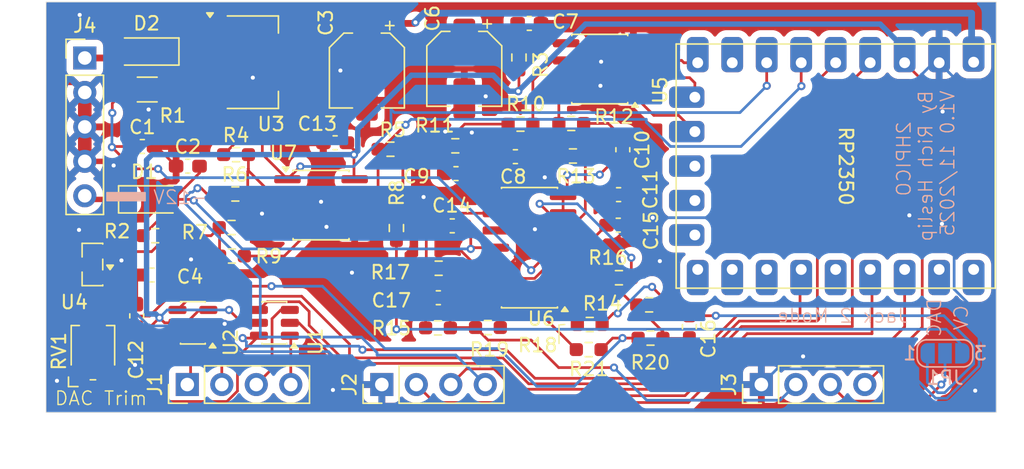
<source format=kicad_pcb>
(kicad_pcb (version 20241229) (generator "pcbnew") (generator_version "9.0")
  (layers (0 "F.Cu" signal) (2 "B.Cu" signal) (13 "F.Paste" user) (15 "B.Paste" user) (5 "F.SilkS" user "F.Silkscreen") (7 "B.SilkS" user "B.Silkscreen") (1 "F.Mask" user) (3 "B.Mask" user) (25 "Edge.Cuts" user))
  (net 0 "")
  (net 1 "GND")
  (net 2 "+12V")
  (net 3 "-12V")
  (net 4 "+5V")
  (net 5 "-10V")
  (net 6 "+3.3V")
  (net 7 "+3.3VA")
  (net 8 "Net-(U6C-+)")
  (net 9 "Net-(C9-Pad1)")
  (net 10 "Net-(U6C--)")
  (net 11 "Net-(U6A--)")
  (net 12 "Net-(C10-Pad1)")
  (net 13 "Net-(JP1-A)")
  (net 14 "Net-(U6B--)")
  (net 15 "Net-(J3-Pin_2)")
  (net 16 "Net-(U6D--)")
  (net 17 "Net-(D1-K)")
  (net 18 "Net-(D2-A)")
  (net 19 "Net-(J1-Pin_2)")
  (net 20 "Net-(J1-Pin_3)")
  (net 21 "Net-(J1-Pin_4)")
  (net 22 "Net-(J1-Pin_1)")
  (net 23 "Net-(J2-Pin_2)")
  (net 24 "Net-(J2-Pin_4)")
  (net 25 "Net-(J2-Pin_3)")
  (net 26 "Net-(J3-Pin_3)")
  (net 27 "Net-(U3-VI)")
  (net 28 "Net-(RZ1-GP26)")
  (net 29 "Net-(U7A--)")
  (net 30 "Net-(U7B--)")
  (net 31 "Net-(RZ1-GP27)")
  (net 32 "Net-(JP1-B)")
  (net 33 "Net-(U5-LCH)")
  (net 34 "Net-(U5-RCH)")
  (net 35 "Net-(R18-Pad1)")
  (net 36 "Net-(R19-Pad1)")
  (net 37 "Net-(R20-Pad1)")
  (net 38 "Net-(RZ1-GP5)")
  (net 39 "Net-(RZ1-GP12)")
  (net 42 "Net-(RZ1-GP29)")
  (net 44 "Net-(RZ1-GP14)")
  (net 45 "Net-(RZ1-GP13)")
  (net 46 "Net-(RZ1-GP28)")
  (net 56 "Net-(U6B-+)")
  (footprint "Package_SO:SOIC-8_3.9x4.9mm_P1.27mm" (layer "F.Cu") (at 95.275 65.245)
    (property "Reference" "U7")
    (property "Value" "MCP6022")
  )
  (footprint "Resistor_SMD:R_0603_1608Metric_Pad0.98x0.95mm_HandSolder" (layer "F.Cu") (at 83.0625 67.5)
    (property "Reference" "R2")
    (property "Value" "2.2k")
  )
  (footprint "Resistor_SMD:R_0603_1608Metric_Pad0.98x0.95mm_HandSolder" (layer "F.Cu") (at 119.4375 72.6)
    (property "Reference" "R14")
    (property "Value" "24k")
  )
  (footprint "Connector_PinHeader_2.54mm:PinHeader_1x04_P2.54mm_Vertical" (layer "F.Cu") (at 99.75 78.475 90)
    (property "Reference" "J2")
    (property "Value" "Conn_01x04_Pin")
  )
  (footprint "Capacitor_SMD:CP_Elec_5x5.9" (layer "F.Cu") (at 105.825 55.2 -90)
    (property "Reference" "C6")
    (property "Value" "47u")
  )
  (footprint "Package_SO:SOIC-14_3.9x8.7mm_P1.27mm" (layer "F.Cu") (at 110.625 68.385 180)
    (property "Reference" "U6")
    (property "Value" "TL074")
  )
  (footprint "Resistor_SMD:R_0603_1608Metric_Pad0.98x0.95mm_HandSolder" (layer "F.Cu") (at 107.5625 74.275 180)
    (property "Reference" "R19")
    (property "Value" "1k")
  )
  (footprint "Capacitor_SMD:C_0603_1608Metric_Pad1.08x0.95mm_HandSolder" (layer "F.Cu") (at 117.1625 66.725)
    (property "Reference" "C15")
    (property "Value" ".1u")
  )
  (footprint "Resistor_SMD:R_0603_1608Metric_Pad0.98x0.95mm_HandSolder" (layer "F.Cu") (at 117.2125 70.6 180)
    (property "Reference" "R16")
    (property "Value" "3.3k")
  )
  (footprint "Resistor_SMD:R_0603_1608Metric_Pad0.98x0.95mm_HandSolder" (layer "F.Cu") (at 114.9875 75.9 180)
    (property "Reference" "R21")
    (property "Value" "18k")
  )
  (footprint "Resistor_SMD:R_0603_1608Metric_Pad0.98x0.95mm_HandSolder" (layer "F.Cu") (at 113.825 61.625)
    (property "Reference" "R13")
    (property "Value" "10k")
  )
  (footprint "Capacitor_SMD:C_0603_1608Metric_Pad1.08x0.95mm_HandSolder" (layer "F.Cu") (at 122.4 74.2125 90)
    (property "Reference" "C16")
    (property "Value" "220p")
  )
  (footprint "Capacitor_SMD:C_0603_1608Metric_Pad1.08x0.95mm_HandSolder" (layer "F.Cu") (at 117.1875 64.475 180)
    (property "Reference" "C11")
    (property "Value" "470p")
  )
  (footprint "Resistor_SMD:R_0603_1608Metric_Pad0.98x0.95mm_HandSolder" (layer "F.Cu") (at 115.0625 74.05)
    (property "Reference" "R18")
    (property "Value" "1k")
  )
  (footprint "Resistor_SMD:R_1206_3216Metric_Pad1.30x1.75mm_HandSolder" (layer "F.Cu") (at 82.475 56.725)
    (property "Reference" "R1")
    (property "Value" "100R")
  )
  (footprint "Resistor_SMD:R_0603_1608Metric_Pad0.98x0.95mm_HandSolder" (layer "F.Cu") (at 89.0125 61.525)
    (property "Reference" "R4")
    (property "Value" "47k")
  )
  (footprint "Capacitor_SMD:CP_Elec_5x5.9" (layer "F.Cu") (at 98.65 55.325 -90)
    (property "Reference" "C3")
    (property "Value" "22u")
  )
  (footprint "Resistor_SMD:R_0603_1608Metric_Pad0.98x0.95mm_HandSolder" (layer "F.Cu") (at 103.8875 74.3)
    (property "Reference" "R15")
    (property "Value" "24k")
  )
  (footprint "Potentiometer_SMD:Potentiometer_Bourns_TC33X_Vertical" (layer "F.Cu") (at 78.475 76.025 90)
    (property "Reference" "RV1")
    (property "Value" "5k Zero Trim")
  )
  (footprint "Package_TO_SOT_SMD:SOT-23" (layer "F.Cu") (at 78.4375 69.625 180)
    (property "Reference" "U4")
    (property "Value" "LM4040DBZ-10")
  )
  (footprint "Resistor_SMD:R_0603_1608Metric_Pad0.98x0.95mm_HandSolder" (layer "F.Cu") (at 109.9625 59.275 180)
    (property "Reference" "R10")
    (property "Value" "10k")
  )
  (footprint "Resistor_SMD:R_0603_1608Metric_Pad0.98x0.95mm_HandSolder" (layer "F.Cu") (at 88.7125 69 180)
    (property "Reference" "R9")
    (property "Value" "180k")
  )
  (footprint "Capacitor_SMD:C_0603_1608Metric_Pad1.08x0.95mm_HandSolder" (layer "F.Cu") (at 81.7 73.4125 90)
    (property "Reference" "C12")
    (property "Value" ".1u")
  )
  (footprint "Resistor_SMD:R_0603_1608Metric_Pad0.98x0.95mm_HandSolder" (layer "F.Cu") (at 113.7 59.225)
    (property "Reference" "R12")
    (property "Value" "10k")
  )
  (footprint "Resistor_SMD:R_0603_1608Metric_Pad0.98x0.95mm_HandSolder" (layer "F.Cu") (at 119.5375 75.05)
    (property "Reference" "R20")
    (property "Value" "18k")
  )
  (footprint "Resistor_SMD:R_0603_1608Metric_Pad0.98x0.95mm_HandSolder" (layer "F.Cu") (at 105.1625 60.875)
    (property "Reference" "R11")
    (property "Value" "10k")
  )
  (footprint "Package_TO_SOT_SMD:SOT-23-6" (layer "F.Cu") (at 91.8375 73.925 180)
    (property "Reference" "U1")
    (property "Value" "74LVC1G3157")
  )
  (footprint "Capacitor_SMD:C_0603_1608Metric_Pad1.08x0.95mm_HandSolder" (layer "F.Cu") (at 96.3125 60.65 180)
    (property "Reference" "C13")
    (property "Value" ".1u")
  )
  (footprint "Capacitor_SMD:C_0603_1608Metric_Pad1.08x0.95mm_HandSolder" (layer "F.Cu") (at 85.4625 62.375)
    (property "Reference" "C2")
    (property "Value" "10u")
  )
  (footprint "Package_SO:SOIC-8_3.9x4.9mm_P1.27mm" (layer "F.Cu") (at 115.8 55.2175 180)
    (property "Reference" "U5")
    (property "Value" "PT8211 DAC")
  )
  (footprint "Capacitor_SMD:C_0603_1608Metric_Pad1.08x0.95mm_HandSolder" (layer "F.Cu") (at 109.5875 61.675 180)
    (property "Reference" "C8")
    (property "Value" "470p")
  )
  (footprint "Capacitor_SMD:C_0603_1608Metric_Pad1.08x0.95mm_HandSolder" (layer "F.Cu") (at 117.5 61.1625 -90)
    (property "Reference" "C10")
    (property "Value" "1000p")
  )
  (footprint "Diode_SMD:D_SOD-123" (layer "F.Cu") (at 82.45 53.925 180)
    (property "Reference" "D2")
    (property "Value" "1N5819WS")
  )
  (footprint "Capacitor_SMD:C_0603_1608Metric_Pad1.08x0.95mm_HandSolder" (layer "F.Cu") (at 105.2125 62.925)
    (property "Reference" "C9")
    (property "Value" "1000p")
  )
  (footprint "Connector_PinHeader_2.54mm:PinHeader_1x05_P2.54mm_Vertical" (layer "F.Cu") (at 77.875 54.4)
    (property "Reference" "J4")
    (property "Value" "Conn_01x05_Pin")
  )
  (footprint "Resistor_SMD:R_0603_1608Metric_Pad0.98x0.95mm_HandSolder" (layer "F.Cu") (at 100.825 66.9375 -90)
    (property "Reference" "R8")
    (property "Value" "100k")
  )
  (footprint "Resistor_SMD:R_0603_1608Metric_Pad0.98x0.95mm_HandSolder" (layer "F.Cu") (at 109.85 54.3625 90)
    (property "Reference" "R3")
    (property "Value" "10R")
  )
  (footprint "Capacitor_SMD:C_0603_1608Metric_Pad1.08x0.95mm_HandSolder" (layer "F.Cu") (at 110.6125 51.85)
    (property "Reference" "C7")
    (property "Value" ".1u")
  )
  (footprint "Connector_PinHeader_2.54mm:PinHeader_1x04_P2.54mm_Vertical" (layer "F.Cu") (at 85.425 78.475 90)
    (property "Reference" "J1")
    (property "Value" "Conn_01x04_Pin")
  )
  (footprint "MyLibrary:RP2350-Waveshare" (layer "F.Cu") (at 120.475 52.21 -90)
    (property "Reference" "RZ1")
    (property "Value" "RP2350")
  )
  (footprint "Package_TO_SOT_SMD:SOT-23-6" (layer "F.Cu") (at 85.8375 73.925 180)
    (property "Reference" "U2")
    (property "Value" "74LVC1G3157")
  )
  (footprint "Package_TO_SOT_SMD:SOT-223-3_TabPin2" (layer "F.Cu") (at 90.225 54.7125)
    (property "Reference" "U3")
    (property "Value" "AMS1117-5.0")
  )
  (footprint "Resistor_SMD:R_0603_1608Metric_Pad0.98x0.95mm_HandSolder" (layer "F.Cu") (at 100.3875 61.125)
    (property "Reference" "R5")
    (property "Value" "47k")
  )
  (footprint "Capacitor_SMD:C_0603_1608Metric_Pad1.08x0.95mm_HandSolder" (layer "F.Cu") (at 82.1125 60.925)
    (property "Reference" "C1")
    (property "Value" "10u")
  )
  (footprint "Resistor_SMD:R_0603_1608Metric_Pad0.98x0.95mm_HandSolder" (layer "F.Cu") (at 88.6875 66.9 180)
    (property "Reference" "R7")
    (property "Value" "180k")
  )
  (footprint "Resistor_SMD:R_0603_1608Metric_Pad0.98x0.95mm_HandSolder" (layer "F.Cu") (at 103.9375 69.9)
    (property "Reference" "R17")
    (property "Value" "3.3k")
  )
  (footprint "Capacitor_SMD:C_0603_1608Metric_Pad1.08x0.95mm_HandSolder" (layer "F.Cu") (at 104.9375 66.775 180)
    (property "Reference" "C14")
    (property "Value" ".1u")
  )
  (footprint "Capacitor_SMD:C_0603_1608Metric_Pad1.08x0.95mm_HandSolder" (layer "F.Cu") (at 103.9125 72.075)
    (property "Reference" "C17")
    (property "Value" "220p")
  )
  (footprint "Connector_PinHeader_2.54mm:PinHeader_1x04_P2.54mm_Vertical" (layer "F.Cu") (at 127.7 78.475 90)
    (property "Reference" "J3")
    (property "Value" "Conn_01x04_Pin")
  )
  (footprint "Diode_SMD:D_SOD-123" (layer "F.Cu") (at 82.725 64.825)
    (property "Reference" "D1")
    (property "Value" "1N5819WS")
  )
  (footprint "Capacitor_SMD:C_0603_1608Metric_Pad1.08x0.95mm_HandSolder" (layer "F.Cu") (at 82.825 70.4)
    (property "Reference" "C4")
    (property "Value" ".1u")
  )
  (footprint "Resistor_SMD:R_0603_1608Metric_Pad0.98x0.95mm_HandSolder" (layer "F.Cu") (at 88.9625 64.425 180)
    (property "Reference" "R6")
    (property "Value" "100k")
  )
  (footprint "Jumper:SolderJumper-3_P1.3mm_Open_RoundedPad1.0x1.5mm_NumberLabels" (layer "B.Cu") (at 141.225 76.175)
    (property "Reference" "JP1")
    (property "Value" "JACK 2 SELECT")
  )
  (gr_line (start 113.225 74.05) (end 112.8 74.075) (stroke (width 0.1)) (layer "F.SilkS"))
  (gr_line (start 112.8 74.075) (end 112.8 75.45) (stroke (width 0.1)) (layer "F.SilkS"))
  (gr_rect (start 79.5 64.325) (end 82.325 64.925) (stroke (width 0.1)) (fill yes) (layer "B.SilkS"))
  (gr_rect (start 75.025 50.275) (end 145 80.525) (stroke (width 0.05)) (fill no) (layer "Edge.Cuts"))
  (gr_text "DAC Trim" (at 75.6 80.075 0) (layer "F.SilkS") (effects (font (size 1 1) (thickness 0.1)) (justify left bottom)))
  (gr_text "CV" (at 143 72.55 90) (layer "B.SilkS") (effects (font (size 1 1) (thickness 0.1)) (justify left bottom mirror)))
  (gr_text "   2HPICO\nBy Rich Heslip\nV1.0 11/2025" (at 142 56.725 90) (layer "B.SilkS") (effects (font (size 1 1) (thickness 0.1)) (justify left bottom mirror)))
  (gr_text "Jack 2 Mode" (at 138.55 74 0) (layer "B.SilkS") (effects (font (size 1 1) (thickness 0.1)) (justify left bottom mirror)))
  (gr_text "DAC" (at 141.025 72.05 90) (layer "B.SilkS") (effects (font (size 1 1) (thickness 0.1)) (justify left bottom mirror)))
  (gr_text "-12V" (at 86.975 65.25 0) (layer "B.SilkS") (effects (font (size 1 1) (thickness 0.1)) (justify left bottom mirror)))
  (segment (start 108.15 69.655) (end 106.625532 69.655) (width 0.2) (layer "F.Cu") (net 1))
  (segment (start 94.395 65.88) (end 92.8 65.88) (width 0.2) (layer "F.Cu") (net 1))
  (segment (start 117.2625 53.3125) (end 115.9 54.675) (width 0.2) (layer "F.Cu") (net 1))
  (segment (start 111.999468 69.655) (end 111.000268 70.6542) (width 0.2) (layer "F.Cu") (net 1))
  (segment (start 77.875 59.48) (end 77.875 62.02) (width 1) (layer "F.Cu") (net 1))
  (segment (start 80.575 69.375) (end 79.375 70.575) (width 0.2) (layer "F.Cu") (net 1))
  (segment (start 109.124999 69.655) (end 108.15 69.655) (width 0.2) (layer "F.Cu") (net 1))
  (segment (start 86.975 73.925) (end 88.1 73.925) (width 0.2) (layer "F.Cu") (net 1))
  (segment (start 77.875 59.48) (end 83.025 59.48) (width 0.5) (layer "F.Cu") (net 1))
  (segment (start 110.18984 61.675) (end 108.412517 59.897677) (width 0.2) (layer "F.Cu") (net 1))
  (segment (start 119.7 66.175) (end 118.575 66.175) (width 0.2) (layer "F.Cu") (net 1))
  (segment (start 110.45 61.675) (end 110.45 68.329999) (width 0.2) (layer "F.Cu") (net 1))
  (segment (start 76.4375 52.4125) (end 75.925 52.925) (width 0.5) (layer "F.Cu") (net 1))
  (segment (start 93.637499 73.925) (end 98.187499 78.475) (width 0.2) (layer "F.Cu") (net 1))
  (segment (start 113.1 69.655) (end 111.999468 69.655) (width 0.2) (layer "F.Cu") (net 1))
  (segment (start 84.6 62.375) (end 83.15 60.925) (width 0.2) (layer "F.Cu") (net 1))
  (segment (start 77.875 56.94) (end 77.875 59.48) (width 1) (layer "F.Cu") (net 1))
  (segment (start 92.8 67.15) (end 92.8 65.88) (width 0.2) (layer "F.Cu") (net 1))
  (segment (start 95.275 65) (end 94.395 65.88) (width 0.2) (layer "F.Cu") (net 1))
  (segment (start 104.075 67.104468) (end 104.075 66.775) (width 0.2) (layer "F.Cu") (net 1))
  (segment (start 110.45 61.675) (end 110.18984 61.675) (width 0.2) (layer "F.Cu") (net 1))
  (segment (start 95.275 65) (end 95.275 59.53) (width 0.2) (layer "F.Cu") (net 1))
  (segment (start 81.7 70.6625) (end 81.9625 70.4) (width 0.2) (layer "F.Cu") (net 1))
  (segment (start 82.975 60.925) (end 82.975 59.53) (width 0.2) (layer "F.Cu") (net 1))
  (segment (start 106 57.225) (end 105.7 57.525) (width 0.2) (layer "F.Cu") (net 1))
  (segment (start 118.275 53.3125) (end 117.2625 53.3125) (width 0.2) (layer "F.Cu") (net 1))
  (segment (start 95.45 60.65) (end 95.45 59.605) (width 0.2) (layer "F.Cu") (net 1))
  (segment (start 113.1 69.655) (end 115.095 69.655) (width 0.2) (layer "F.Cu") (net 1))
  (segment (start 81.7 72.55) (end 81.7 70.6625) (width 0.2) (layer "F.Cu") (net 1))
  (segment (start 79.695 62.02) (end 80 62.325) (width 0.2) (layer "F.Cu") (net 1))
  (segment (start 87.075 52.4125) (end 76.4375 52.4125) (width 0.5) (layer "F.Cu") (net 1))
  (segment (start 106.625532 69.655) (end 104.075 67.104468) (width 0.2) (layer "F.Cu") (net 1))
  (segment (start 82.975 59.53) (end 83.025 59.48) (width 0.2) (layer "F.Cu") (net 1))
  (segment (start 115.095 69.655) (end 118.025 66.725) (width 0.2) (layer "F.Cu") (net 1))
  (segment (start 95.45 59.605) (end 95.325 59.48) (width 0.2) (layer "F.Cu") (net 1))
  (segment (start 75.925 56.15) (end 77.085 56.15) (width 0.5) (layer "F.Cu") (net 1))
  (segment (start 118.575 66.175) (end 118.025 66.725) (width 0.2) (layer "F.Cu") (net 1))
  (segment (start 105.7 57.525) (end 105.825 57.4) (width 0.2) (layer "F.Cu") (net 1))
  (segment (start 83.15 60.925) (end 82.975 60.925) (width 0.2) (layer "F.Cu") (net 1))
  (segment (start 97.75 67.15) (end 95.975 67.15) (width 0.2) (layer "F.Cu") (net 1))
  (segment (start 88.1 73.925) (end 88.175 74) (width 0.2) (layer "F.Cu") (net 1))
  (segment (start 116.8125 51.85) (end 118.275 53.3125) (width 0.2) (layer "F.Cu") (net 1))
  (segment (start 111.475 51.85) (end 116.8125 51.85) (width 0.2) (layer "F.Cu") (net 1))
  (segment (start 77.085 56.15) (end 77.875 56.94) (width 0.5) (layer "F.Cu") (net 1))
  (segment (start 77.875 62.02) (end 79.695 62.02) (width 0.4) (layer "F.Cu") (net 1))
  (segment (start 80.575 69.325) (end 80.575 69.375) (width 0.2) (layer "F.Cu") (net 1))
  (segment (start 81.9625 70.4) (end 79.55 70.4) (width 0.2) (layer "F.Cu") (net 1))
  (segment (start 111.000268 70.6542) (end 110.124199 70.6542) (width 0.2) (layer "F.Cu") (net 1))
  (segment (start 95.975 67.15) (end 95.675 66.85) (width 0.2) (layer "F.Cu") (net 1))
  (segment (start 75.925 52.925) (end 75.925 56.15) (width 0.5) (layer "F.Cu") (net 1))
  (segment (start 118.05 64.475) (end 118.05 66.7) (width 0.2) (layer "F.Cu") (net 1))
  (segment (start 92.975 73.925) (end 93.637499 73.925) (width 0.2) (layer "F.Cu") (net 1))
  (segment (start 98.65 57.525) (end 105.7 57.525) (width 0.5) (layer "F.Cu") (net 1))
  (segment (start 79.55 70.4) (end 79.375 70.575) (width 0.2) (layer "F.Cu") (net 1))
  (segment (start 118.05 66.7) (end 118.025 66.725) (width 0.2) (layer "F.Cu") (net 1))
  (segment (start 107.4 57.225) (end 106 57.225) (width 0.2) (layer "F.Cu") (net 1))
  (segment (start 104.425 59.825) (end 104.425 58.8) (width 0.2) (layer "F.Cu") (net 1))
  (segment (start 95.325 59.48) (end 96.695 59.48) (width 0.5) (layer "F.Cu") (net 1))
  (segment (start 83.025 59.48) (end 95.325 59.48) (width 0.5) (layer "F.Cu") (net 1))
  (segment (start 104.425 58.8) (end 105.7 57.525) (width 0.2) (layer "F.Cu") (net 1))
  (segment (start 108.412517 59.897677) (end 106.378094 59.897677) (width 0.2) (layer "F.Cu") (net 1))
  (segment (start 98.187499 78.475) (end 99.75 78.475) (width 0.2) (layer "F.Cu") (net 1))
  (segment (start 110.45 68.329999) (end 109.124999 69.655) (width 0.2) (layer "F.Cu") (net 1))
  (segment (start 110.124199 70.6542) (end 109.124999 69.655) (width 0.2) (layer "F.Cu") (net 1))
  (segment (start 96.695 59.48) (end 98.65 57.525) (width 0.5) (layer "F.Cu") (net 1))
  (segment (start 95.275 59.53) (end 95.325 59.48) (width 0.2) (layer "F.Cu") (net 1))
  (via (at 138.6 66) (size 0.6) (drill 0.3) (layers "F.Cu" "B.Cu") (net 1))
  (via (at 141.05 58.35) (size 0.6) (drill 0.3) (layers "F.Cu" "B.Cu") (net 1))
  (via (at 104.425 59.825) (size 0.6) (drill 0.3) (layers "F.Cu" "B.Cu") (net 1))
  (via (at 130.775 76.4) (size 0.6) (drill 0.3) (layers "F.Cu" "B.Cu") (net 1))
  (via (at 95.275 65) (size 0.6) (drill 0.3) (layers "F.Cu" "B.Cu") (net 1))
  (via (at 141 66.625) (size 0.6) (drill 0.3) (layers "F.Cu" "B.Cu") (net 1))
  (via (at 88.175 74) (size 0.6) (drill 0.3) (layers "F.Cu" "B.Cu") (net 1))
  (via (at 95.675 66.85) (size 0.6) (drill 0.3) (layers "F.Cu" "B.Cu") (net 1))
  (via (at 115.85 56.45) (size 0.6) (drill 0.3) (layers "F.Cu" "B.Cu") (net 1))
  (via (at 96.7 55.325) (size 0.6) (drill 0.3) (layers "F.Cu" "B.Cu") (net 1))
  (via (at 82.575 58.2) (size 0.6) (drill 0.3) (layers "F.Cu" "B.Cu") (net 1))
  (via (at 80.575 69.325) (size 0.6) (drill 0.3) (layers "F.Cu" "B.Cu") (net 1))
  (via (at 85.7 69.25) (size 0.6) (drill 0.3) (layers "F.Cu" "B.Cu") (net 1))
  (via (at 77.5 51.225) (size 0.6) (drill 0.3) (layers "F.Cu" "B.Cu") (net 1))
  (via (at 106.378094 59.897677) (size 0.6) (drill 0.3) (layers "F.Cu" "B.Cu") (net 1))
  (via (at 120.225 69.375) (size 0.6) (drill 0.3) (layers "F.Cu" "B.Cu") (net 1))
  (via (at 143.45 78.925) (size 0.6) (drill 0.3) (layers "F.Cu" "B.Cu") (net 1))
  (via (at 90.25 55.85) (size 0.6) (drill 0.3) (layers "F.Cu" "B.Cu") (net 1))
  (via (at 102.825 64.65) (size 0.6) (drill 0.3) (layers "F.Cu" "B.Cu") (net 1))
  (via (at 96.15 78.875) (size 0.6) (drill 0.3) (layers "F.Cu" "B.Cu") (net 1))
  (via (at 111.025 67.025) (size 0.6) (drill 0.3) (layers "F.Cu" "B.Cu") (net 1))
  (via (at 80 62.325) (size 0.6) (drill 0.3) (layers "F.Cu" "B.Cu") (net 1))
  (via (at 81.575 77.025) (size 0.6) (drill 0.3) (layers "F.Cu" "B.Cu") (net 1))
  (via (at 119.7 66.175) (size 0.6) (drill 0.3) (layers "F.Cu" "B.Cu") (net 1))
  (via (at 77.45 67.075) (size 0.6) (drill 0.3) (layers "F.Cu" "B.Cu") (net 1))
  (via (at 115.9 54.675) (size 0.6) (drill 0.3) (layers "F.Cu" "B.Cu") (net 1))
  (via (at 97.55 70.225) (size 0.6) (drill 0.3) (layers "F.Cu" "B.Cu") (net 1))
  (via (at 111.75 63.2) (size 0.6) (drill 0.3) (layers "F.Cu" "B.Cu") (net 1))
  (via (at 75.825 78.2) (size 0.6) (drill 0.3) (layers "F.Cu" "B.Cu") (net 1))
  (via (at 107.4 57.225) (size 0.6) (drill 0.3) (layers "F.Cu" "B.Cu") (net 1))
  (via (at 90.925 65.875) (size 0.6) (drill 0.3) (layers "F.Cu" "B.Cu") (net 1))
  (segment (start 88.825 74.077286) (end 88.825 75.375) (width 0.2) (layer "B.Cu") (net 1))
  (segment (start 88.877286 74.025) (end 88.825 74.077286) (width 0.2) (layer "B.Cu") (net 1))
  (segment (start 141.367694 79.4834) (end 143.7384 77.112693) (width 0.2) (layer "B.Cu") (net 1))
  (segment (start 141.8992 71.45009) (end 141.8992 55.8542) (width 0.2) (layer "B.Cu") (net 1))
  (segment (start 141.8992 55.8542) (end 140.795 54.75) (width 0.2) (layer "B.Cu") (net 1))
  (segment (start 143.7384 77.112693) (end 143.7384 73.28929) (width 0.2) (layer "B.Cu") (net 1))
  (segment (start 80 62.325) (end 80.575 62.9) (width 0.2) (layer "B.Cu") (net 1))
  (segment (start 88.825 75.375) (end 89.5 76.05) (width 0.2) (layer "B.Cu") (net 1))
  (segment (start 115.9 54.675) (end 113.1208 57.4542) (width 0.2) (layer "B.Cu") (net 1))
  (segment (start 140.532307 79.4834) (end 141.367694 79.4834) (width 0.2) (layer "B.Cu") (net 1))
  (segment (start 89.5 76.05) (end 95.825 76.05) (width 0.2) (layer "B.Cu") (net 1))
  (segment (start 80.575 72.138046) (end 80.575 69.325) (width 0.2) (layer "B.Cu") (net 1))
  (segment (start 80.575 62.9) (end 80.575 69.4) (width 0.2) (layer "B.Cu") (net 1))
  (segment (start 106.378094 59.897677) (end 104.497677 59.897677) (width 0.2) (layer "B.Cu") (net 1))
  (segment (start 107.6292 57.4542) (end 107.4 57.225) (width 0.2) (layer "B.Cu") (net 1))
  (segment (start 95.675 65.4) (end 95.275 65) (width 0.2) (layer "B.Cu") (net 1))
  (segment (start 95.675 66.85) (end 95.675 65.4) (width 0.2) (layer "B.Cu") (net 1))
  (segment (start 82.591154 74.1542) (end 80.575 72.138046) (width 0.2) (layer "B.Cu") (net 1))
  (segment (start 88.175 74) (end 88.2 74.025) (width 0.2) (layer "B.Cu") (net 1))
  (segment (start 104.497677 59.897677) (end 104.425 59.825) (width 0.2) (layer "B.Cu") (net 1))
  (segment (start 88.175 74) (end 88.0208 74.1542) (width 0.2) (layer "B.Cu") (net 1))
  (segment (start 128.8542 77.3208) (end 138.369706 77.3208) (width 0.2) (layer "B.Cu") (net 1))
  (segment (start 127.7 78.475) (end 128.8542 77.3208) (width 0.2) (layer "B.Cu") (net 1))
  (segment (start 88.2 74.025) (end 88.877286 74.025) (width 0.2) (layer "B.Cu") (net 1))
  (segment (start 140.795 54.75) (end 140.375 54.75) (width 0.2) (layer "B.Cu") (net 1))
  (segment (start 95.825 76.05) (end 98.325 78.55) (width 0.2) (layer "B.Cu") (net 1))
  (segment (start 138.369706 77.3208) (end 140.532307 79.4834) (width 0.2) (layer "B.Cu") (net 1))
  (segment (start 113.1208 57.4542) (end 107.6292 57.4542) (width 0.2) (layer "B.Cu") (net 1))
  (segment (start 98.4 78.475) (end 99.75 78.475) (width 0.2) (layer "B.Cu") (net 1))
  (segment (start 98.325 78.55) (end 98.4 78.475) (width 0.2) (layer "B.Cu") (net 1))
  (segment (start 128.95 66.175) (end 119.7 66.175) (width 0.2) (layer "B.Cu") (net 1))
  (segment (start 88.0208 74.1542) (end 82.591154 74.1542) (width 0.2) (layer "B.Cu") (net 1))
  (segment (start 143.7384 73.28929) (end 141.8992 71.45009) (width 0.2) (layer "B.Cu") (net 1))
  (segment (start 140.375 54.75) (end 128.95 66.175) (width 0.2) (layer "B.Cu") (net 1))
  (segment (start 114.64 68.385) (end 113.1 68.385) (width 0.2) (layer "F.Cu") (net 2))
  (segment (start 116.3 66.725) (end 114.64 68.385) (width 0.2) (layer "F.Cu") (net 2))
  (segment (start 113.1 68.385) (end 112.415 68.385) (width 0.2) (layer "F.Cu") (net 2))
  (segment (start 112.415 68.385) (end 110.75 70.05) (width 0.2) (layer "F.Cu") (net 2))
  (segment (start 79.925 60.925) (end 79.875 60.975) (width 0.2) (layer "F.Cu") (net 2))
  (segment (start 84.1 53.925) (end 80.95 57.075) (width 0.5) (layer "F.Cu") (net 2))
  (segment (start 81.25 60.925) (end 79.925 60.925) (width 0.2) (layer "F.Cu") (net 2))
  (segment (start 80.95 57.075) (end 80.95 57.275) (width 0.2) (layer "F.Cu") (net 2))
  (segment (start 81.475 62.575) (end 79.875 60.975) (width 0.2) (layer "F.Cu") (net 2))
  (segment (start 79.9 57.75) (end 79.9 58.45) (width 0.2) (layer "F.Cu") (net 2))
  (segment (start 80.925 56.725) (end 79.9 57.75) (width 0.2) (layer "F.Cu") (net 2))
  (segment (start 83.275 62.575) (end 81.475 62.575) (width 0.2) (layer "F.Cu") (net 2))
  (via (at 79.9 58.45) (size 0.6) (drill 0.3) (layers "F.Cu" "B.Cu") (net 2))
  (via (at 110.75 70.05) (size 0.6) (drill 0.3) (layers "F.Cu" "B.Cu") (net 2))
  (via (at 79.875 60.975) (size 0.6) (drill 0.3) (layers "F.Cu" "B.Cu") (net 2))
  (via (at 83.275 62.575) (size 0.6) (drill 0.3) (layers "F.Cu" "B.Cu") (net 2))
  (segment (start 86.575 63.225) (end 83.925 63.225) (width 0.2) (layer "B.Cu") (net 2))
  (segment (start 103.925 63.225) (end 86.575 63.225) (width 0.2) (layer "B.Cu") (net 2))
  (segment (start 110.75 70.05) (end 103.925 63.225) (width 0.2) (layer "B.Cu") (net 2))
  (segment (start 79.875 58.475) (end 79.9 58.45) (width 0.2) (layer "B.Cu") (net 2))
  (segment (start 79.875 60.975) (end 79.875 58.475) (width 0.2) (layer "B.Cu") (net 2))
  (segment (start 83.925 63.225) (end 83.275 62.575) (width 0.2) (layer "B.Cu") (net 2))
  (segment (start 84.375 64.825) (end 85.825 64.825) (width 0.2) (layer "F.Cu") (net 3))
  (segment (start 86.325 62.875) (end 84.375 64.825) (width 0.2) (layer "F.Cu") (net 3))
  (segment (start 86.325 62.375) (end 86.325 62.875) (width 0.2) (layer "F.Cu") (net 3))
  (segment (start 106.3 67.275) (end 105.8 66.775) (width 0.2) (layer "F.Cu") (net 3))
  (segment (start 82.15 67.5) (end 84.375 65.275) (width 0.2) (layer "F.Cu") (net 3))
  (segment (start 84.375 65.275) (end 84.375 64.825) (width 0.2) (layer "F.Cu") (net 3))
  (segment (start 108.15 68.385) (end 106.535 68.385) (width 0.2) (layer "F.Cu") (net 3))
  (segment (start 106.535 68.385) (end 106.5 68.35) (width 0.2) (layer "F.Cu") (net 3))
  (segment (start 106.5 68.35) (end 106.425 68.35) (width 0.2) (layer "F.Cu") (net 3))
  (segment (start 106.3 68.475) (end 106.3 67.275) (width 0.2) (layer "F.Cu") (net 3))
  (segment (start 85.825 64.825) (end 85.9 64.9) (width 0.2) (layer "F.Cu") (net 3))
  (segment (start 106.425 68.35) (end 106.3 68.475) (width 0.2) (layer "F.Cu") (net 3))
  (via (at 85.9 64.9) (size 0.6) (drill 0.3) (layers "F.Cu" "B.Cu") (net 3))
  (via (at 106.3 68.475) (size 0.6) (drill 0.3) (layers "F.Cu" "B.Cu") (net 3))
  (segment (start 89.475 68.475) (end 85.9 64.9) (width 0.2) (layer "B.Cu") (net 3))
  (segment (start 106.3 68.475) (end 89.475 68.475) (width 0.2) (layer "B.Cu") (net 3))
  (segment (start 98.65 53.125) (end 97.375 51.85) (width 0.5) (layer "F.Cu") (net 4))
  (segment (start 88.3625 54.7125) (end 87.075 54.7125) (width 0.5) (layer "F.Cu") (net 4))
  (segment (start 99.925 51.85) (end 98.65 53.125) (width 0.5) (layer "F.Cu") (net 4))
  (segment (start 97.375 51.85) (end 91.225 51.85) (width 0.5) (layer "F.Cu") (net 4))
  (segment (start 91.225 51.85) (end 88.3625 54.7125) (width 0.5) (layer "F.Cu") (net 4))
  (segment (start 102.15 51.85) (end 99.925 51.85) (width 0.5) (layer "F.Cu") (net 4))
  (segment (start 102.225 51.775) (end 102.15 51.85) (width 0.5) (layer "F.Cu") (net 4))
  (via (at 102.225 51.775) (size 0.6) (drill 0.3) (layers "F.Cu" "B.Cu") (net 4))
  (segment (start 143.175 51.1) (end 102.85 51.1) (width 0.5) (layer "B.Cu") (net 4))
  (segment (start 143.185 53.51) (end 143.185 51.11) (width 0.5) (layer "B.Cu") (net 4))
  (segment (start 143.185 53.51) (end 143.175 53.5) (width 0.5) (layer "B.Cu") (net 4))
  (segment (start 143.185 51.11) (end 143.175 51.1) (width 0.5) (layer "B.Cu") (net 4))
  (segment (start 102.2 51.75) (end 102.225 51.775) (width 0.5) (layer "B.Cu") (net 4))
  (segment (start 102.85 51.1) (end 102.2 51.75) (width 0.5) (layer "B.Cu") (net 4))
  (segment (start 83.6875 70.4) (end 83.6875 67.7875) (width 0.2) (layer "F.Cu") (net 5))
  (segment (start 76.175 68.675) (end 76.1 68.75) (width 0.2) (layer "F.Cu") (net 5))
  (segment (start 83.975 67.5) (end 87.175 67.5) (width 0.2) (layer "F.Cu") (net 5))
  (segment (start 77.475 77.825) (end 77.475 75.575) (width 0.2) (layer "F.Cu") (net 5))
  (segment (start 87.175 67.5) (end 87.775 66.9) (width 0.2) (layer "F.Cu") (net 5))
  (segment (start 76.1 68.75) (end 76.1 72.2) (width 0.2) (layer "F.Cu") (net 5))
  (segment (start 83.6875 67.7875) (end 83.975 67.5) (width 0.2) (layer "F.Cu") (net 5))
  (segment (start 77.475 75.575) (end 78.475 74.575) (width 0.2) (layer "F.Cu") (net 5))
  (segment (start 79.375 68.675) (end 82.8 68.675) (width 0.2) (layer "F.Cu") (net 5))
  (segment (start 87.8 66.925) (end 87.775 66.9) (width 0.2) (layer "F.Cu") (net 5))
  (segment (start 82.8 68.675) (end 83.975 67.5) (width 0.2) (layer "F.Cu") (net 5))
  (segment (start 79.375 68.675) (end 76.175 68.675) (width 0.2) (layer "F.Cu") (net 5))
  (segment (start 76.1 72.2) (end 78.475 74.575) (width 0.2) (layer "F.Cu") (net 5))
  (segment (start 87.8 69) (end 87.8 66.925) (width 0.2) (layer "F.Cu") (net 5))
  (segment (start 139.55 56.045) (end 139.55 74.245) (width 0.2) (layer "F.Cu") (net 6))
  (segment (start 90.7 73.925) (end 89.45 73.925) (width 0.2) (layer "F.Cu") (net 6))
  (segment (start 139.55 74.245) (end 135.32 78.475) (width 0.2) (layer "F.Cu") (net 6))
  (segment (start 109.8 56.85) (end 109.85 56.8) (width 0.2) (layer "F.Cu") (net 6))
  (segment (start 83.75 73.925) (end 84.7 73.925) (width 0.2) (layer "F.Cu") (net 6))
  (segment (start 97.7 61.525) (end 97.7 61.175) (width 0.2) (layer "F.Cu") (net 6))
  (segment (start 97.7 61.525) (end 97.7 63.29) (width 0.2) (layer "F.Cu") (net 6))
  (segment (start 81.7 74.275) (end 82.65 74.275) (width 0.2) (layer "F.Cu") (net 6))
  (segment (start 83.375 73.55) (end 83.75 73.925) (width 0.2) (layer "F.Cu") (net 6))
  (segment (start 97.7 61.175) (end 97.175 60.65) (width 0.2) (layer "F.Cu") (net 6))
  (segment (start 97.7 63.29) (end 97.75 63.34) (width 0.2) (layer "F.Cu") (net 6))
  (segment (start 138.255 54.75) (end 139.55 56.045) (width 0.2) (layer "F.Cu") (net 6))
  (segment (start 89.45 73.925) (end 88.5 72.975) (width 0.2) (layer "F.Cu") (net 6))
  (segment (start 82.65 74.275) (end 83.375 73.55) (width 0.2) (layer "F.Cu") (net 6))
  (segment (start 109.85 56.8) (end 109.85 55.275) (width 0.2) (layer "F.Cu") (net 6))
  (via (at 83.375 73.55) (size 0.6) (drill 0.3) (layers "F.Cu" "B.Cu") (net 6))
  (via (at 109.8 56.85) (size 0.6) (drill 0.3) (layers "F.Cu" "B.Cu") (net 6))
  (via (at 88.5 72.975) (size 0.6) (drill 0.3) (layers "F.Cu" "B.Cu") (net 6))
  (via (at 97.7 61.525) (size 0.6) (drill 0.3) (layers "F.Cu" "B.Cu") (net 6))
  (segment (start 82.825 61.525) (end 82.425 61.925) (width 0.4) (layer "B.Cu") (net 6))
  (segment (start 97.975 59.625) (end 97.975 61.25) (width 0.4) (layer "B.Cu") (net 6))
  (segment (start 82.425 61.925) (end 82.425 73.275) (width 0.4) (layer "B.Cu") (net 6))
  (segment (start 138.105 53.55) (end 136.455 51.9) (width 0.4) (layer "B.Cu") (net 6))
  (segment (start 97.975 61.25) (end 97.7 61.525) (width 0.4) (layer "B.Cu") (net 6))
  (segment (start 88.5 72.975) (end 83.95 72.975) (width 0.2) (layer "B.Cu") (net 6))
  (segment (start 101.925 55.675) (end 97.975 59.625) (width 0.4) (layer "B.Cu") (net 6))
  (segment (start 97.7 61.525) (end 82.825 61.525) (width 0.4) (layer "B.Cu") (net 6))
  (segment (start 83.1 73.275) (end 83.375 73.55) (width 0.4) (layer "B.Cu") (net 6))
  (segment (start 82.425 73.275) (end 83.1 73.275) (width 0.4) (layer "B.Cu") (net 6))
  (segment (start 107.95 55.675) (end 101.925 55.675) (width 0.4) (layer "B.Cu") (net 6))
  (segment (start 83.95 72.975) (end 83.375 73.55) (width 0.2) (layer "B.Cu") (net 6))
  (segment (start 109.8 56.85) (end 109.125 56.85) (width 0.4) (layer "B.Cu") (net 6))
  (segment (start 136.455 51.9) (end 114.75 51.9) (width 0.4) (layer "B.Cu") (net 6))
  (segment (start 109.125 56.85) (end 107.95 55.675) (width 0.4) (layer "B.Cu") (net 6))
  (segment (start 114.75 51.9) (end 109.8 56.85) (width 0.4) (layer "B.Cu") (net 6))
  (segment (start 109.75 53.35) (end 109.85 53.45) (width 0.2) (layer "F.Cu") (net 7))
  (segment (start 109.9875 53.3125) (end 109.85 53.45) (width 0.2) (layer "F.Cu") (net 7))
  (segment (start 109.75 51.85) (end 109.75 53.35) (width 0.2) (layer "F.Cu") (net 7))
  (segment (start 113.325 53.3125) (end 109.9875 53.3125) (width 0.2) (layer "F.Cu") (net 7))
  (segment (start 106.275 53.45) (end 105.825 53) (width 0.2) (layer "F.Cu") (net 7))
  (segment (start 109.85 53.45) (end 106.275 53.45) (width 0.2) (layer "F.Cu") (net 7))
  (segment (start 107.925 60.875) (end 108.725 61.675) (width 0.2) (layer "F.Cu") (net 8))
  (segment (start 108.15 67.115) (end 109.124999 67.115) (width 0.2) (layer "F.Cu") (net 8))
  (segment (start 109.124999 67.115) (end 109.675 66.564999) (width 0.2) (layer "F.Cu") (net 8))
  (segment (start 108.725 62.2) (end 108.725 61.675) (width 0.2) (layer "F.Cu") (net 8))
  (segment (start 106.075 60.875) (end 107.925 60.875) (width 0.2) (layer "F.Cu") (net 8))
  (segment (start 109.675 66.564999) (end 109.675 63.15) (width 0.2) (layer "F.Cu") (net 8))
  (segment (start 109.675 63.15) (end 108.725 62.2) (width 0.2) (layer "F.Cu") (net 8))
  (segment (start 105.85 59.275) (end 104.25 60.875) (width 0.2) (layer "F.Cu") (net 9))
  (segment (start 104.35 62.925) (end 104.35 60.975) (width 0.2) (layer "F.Cu") (net 9))
  (segment (start 109.05 59.275) (end 105.85 59.275) (width 0.2) (layer "F.Cu") (net 9))
  (segment (start 104.35 60.975) (end 104.25 60.875) (width 0.2) (layer "F.Cu") (net 9))
  (segment (start 103.69484 65.845) (end 108.15 65.845) (width 0.2) (layer "F.Cu") (net 10))
  (segment (start 106.075 62.925) (end 106.5 62.925) (width 0.2) (layer "F.Cu") (net 10))
  (segment (start 106.5 62.925) (end 108.15 64.575) (width 0.2) (layer "F.Cu") (net 10))
  (segment (start 108.15 65.845) (end 108.15 64.575) (width 0.2) (layer "F.Cu") (net 10))
  (segment (start 103.025 66.51484) (end 103.69484 65.845) (width 0.2) (layer "F.Cu") (net 10))
  (segment (start 103.025 69.9) (end 103.025 66.51484) (width 0.2) (layer "F.Cu") (net 10))
  (segment (start 122.4 75.075) (end 120.475 75.075) (width 0.2) (layer "F.Cu") (net 11))
  (segment (start 116.3 70.6) (end 118.3 72.6) (width 0.2) (layer "F.Cu") (net 11))
  (segment (start 118.525 72.65) (end 120.45 74.575) (width 0.2) (layer "F.Cu") (net 11))
  (segment (start 118.525 72.6) (end 118.525 72.65) (width 0.2) (layer "F.Cu") (net 11))
  (segment (start 113.1 70.925) (end 115.975 70.925) (width 0.2) (layer "F.Cu") (net 11))
  (segment (start 120.45 74.575) (end 120.45 75.05) (width 0.2) (layer "F.Cu") (net 11))
  (segment (start 120.475 75.075) (end 120.45 75.05) (width 0.2) (layer "F.Cu") (net 11))
  (segment (start 118.3 72.6) (end 118.525 72.6) (width 0.2) (layer "F.Cu") (net 11))
  (segment (start 115.975 70.925) (end 116.3 70.6) (width 0.2) (layer "F.Cu") (net 11))
  (segment (start 112.9125 61.625) (end 112.9125 60.925) (width 0.2) (layer "F.Cu") (net 12))
  (segment (start 114.6125 59.225) (end 116.425 59.225) (width 0.2) (layer "F.Cu") (net 12))
  (segment (start 116.425 59.225) (end 117.5 60.3) (width 0.2) (layer "F.Cu") (net 12))
  (segment (start 112.9125 60.925) (end 114.6125 59.225) (width 0.2) (layer "F.Cu") (net 12))
  (segment (start 124.35 73.4) (end 122.45 73.4) (width 0.2) (layer "F.Cu") (net 13))
  (segment (start 121.1 73.35) (end 120.35 72.6) (width 0.2) (layer "F.Cu") (net 13))
  (segment (start 122.45 73.4) (end 122.4 73.35) (width 0.2) (layer "F.Cu") (net 13))
  (segment (start 122.4 73.35) (end 121.1 73.35) (width 0.2) (layer "F.Cu") (net 13))
  (segment (start 117.125 73.225) (end 116.8 73.225) (width 0.2) (layer "F.Cu") (net 13))
  (segment (start 116.8 73.225) (end 115.975 74.05) (width 0.2) (layer "F.Cu") (net 13))
  (segment (start 120.35 72.6) (end 120.35 71.975) (width 0.2) (layer "F.Cu") (net 13))
  (segment (start 120.35 71.975) (end 119.65 71.275) (width 0.2) (layer "F.Cu") (net 13))
  (via (at 124.35 73.4) (size 0.6) (drill 0.3) (layers "F.Cu" "B.Cu") (net 13))
  (via (at 117.125 73.225) (size 0.6) (drill 0.3) (layers "F.Cu" "B.Cu") (net 13))
  (via (at 119.65 71.275) (size 0.6) (drill 0.3) (layers "F.Cu" "B.Cu") (net 13))
  (segment (start 141.144382 73.4) (end 124.35 73.4) (width 0.2) (layer "B.Cu") (net 13))
  (segment (start 139.925 76.175) (end 139.925 78.304468) (width 0.2) (layer "B.Cu") (net 13))
  (segment (start 141.200268 79.0792) (end 143.3342 76.945268) (width 0.2) (layer "B.Cu") (net 13))
  (segment (start 119.65 71.275) (end 119.075 71.275) (width 0.2) (layer "B.Cu") (net 13))
  (segment (start 143.3342 75.589818) (end 141.144382 73.4) (width 0.2) (layer "B.Cu") (net 13))
  (segment (start 143.3342 76.945268) (end 143.3342 75.589818) (width 0.2) (layer "B.Cu") (net 13))
  (segment (start 140.699732 79.0792) (end 141.200268 79.0792) (width 0.2) (layer "B.Cu") (net 13))
  (segment (start 139.925 78.304468) (end 140.699732 79.0792) (width 0.2) (layer "B.Cu") (net 13))
  (segment (start 119.075 71.275) (end 117.125 73.225) (width 0.2) (layer "B.Cu") (net 13))
  (segment (start 113.4 63.025) (end 113.4 64.275) (width 0.2) (layer "F.Cu") (net 14))
  (segment (start 113.1 65.845) (end 112.07 65.845) (width 0.2) (layer "F.Cu") (net 14))
  (segment (start 112.07 65.845) (end 111.375 65.15) (width 0.2) (layer "F.Cu") (net 14))
  (segment (start 116.775 62.025) (end 115.8 63) (width 0.2) (layer "F.Cu") (net 14))
  (segment (start 118.125 69.125) (end 118.125 70.6) (width 0.2) (layer "F.Cu") (net 14))
  (segment (start 113.4 64.275) (end 113.1 64.575) (width 0.2) (layer "F.Cu") (net 14))
  (segment (start 117.5 62.025) (end 116.775 62.025) (width 0.2) (layer "F.Cu") (net 14))
  (segment (start 113.1 65.845) (end 113.1 64.575) (width 0.2) (layer "F.Cu") (net 14))
  (via (at 115.8 63) (size 0.6) (drill 0.3) (layers "F.Cu" "B.Cu") (net 14))
  (via (at 113.4 63.025) (size 0.6) (drill 0.3) (layers "F.Cu" "B.Cu") (net 14))
  (via (at 111.375 65.15) (size 0.6) (drill 0.3) (layers "F.Cu" "B.Cu") (net 14))
  (via (at 118.125 69.125) (size 0.6) (drill 0.3) (layers "F.Cu" "B.Cu") (net 14))
  (segment (start 115.8 63) (end 113.425 63) (width 0.2) (layer "B.Cu") (net 14))
  (segment (start 114.15 65.15) (end 118.125 69.125) (width 0.2) (layer "B.Cu") (net 14))
  (segment (start 111.375 65.15) (end 114.15 65.15) (width 0.2) (layer "B.Cu") (net 14))
  (segment (start 113.425 63) (end 113.4 63.025) (width 0.2) (layer "B.Cu") (net 14))
  (segment (start 106.65 74.275) (end 104.825 74.275) (width 0.2) (layer "F.Cu") (net 15))
  (segment (start 107.573508 75.198508) (end 106.65 74.275) (width 0.2) (layer "F.Cu") (net 15))
  (segment (start 116.85 77.225) (end 112.775 77.225) (width 0.2) (layer "F.Cu") (net 15))
  (segment (start 104.825 74.275) (end 104.8 74.3) (width 0.2) (layer "F.Cu") (net 15))
  (segment (start 110.748508 75.198508) (end 107.573508 75.198508) (width 0.2) (layer "F.Cu") (net 15))
  (segment (start 104.775 72.075) (end 104.775 74.275) (width 0.2) (layer "F.Cu") (net 15))
  (segment (start 112.775 77.225) (end 110.748508 75.198508) (width 0.2) (layer "F.Cu") (net 15))
  (segment (start 104.775 74.275) (end 104.8 74.3) (width 0.2) (layer "F.Cu") (net 15))
  (via (at 116.85 77.225) (size 0.6) (drill 0.3) (layers "F.Cu" "B.Cu") (net 15))
  (segment (start 129.0858 79.6292) (end 119.2542 79.6292) (width 0.2) (layer "B.Cu") (net 15))
  (segment (start 130.24 78.475) (end 129.0858 79.6292) (width 0.2) (layer "B.Cu") (net 15))
  (segment (start 119.2542 79.6292) (end 116.85 77.225) (width 0.2) (layer "B.Cu") (net 15))
  (segment (start 102.975 72.15) (end 103.05 72.075) (width 0.2) (layer "F.Cu") (net 16))
  (segment (start 105.875 70.925) (end 104.85 69.9) (width 0.2) (layer "F.Cu") (net 16))
  (segment (start 102.975 74.3) (end 102.975 72.15) (width 0.2) (layer "F.Cu") (net 16))
  (segment (start 108.15 70.925) (end 105.875 70.925) (width 0.2) (layer "F.Cu") (net 16))
  (segment (start 114.075 75.9) (end 109.1 70.925) (width 0.2) (layer "F.Cu") (net 16))
  (segment (start 104.85 70.275) (end 104.85 69.9) (width 0.2) (layer "F.Cu") (net 16))
  (segment (start 103.05 72.075) (end 104.85 70.275) (width 0.2) (layer "F.Cu") (net 16))
  (segment (start 109.1 70.925) (end 108.15 70.925) (width 0.2) (layer "F.Cu") (net 16))
  (segment (start 78.14 64.825) (end 77.875 64.56) (width 0.2) (layer "F.Cu") (net 17))
  (segment (start 81.075 64.825) (end 78.14 64.825) (width 0.4) (layer "F.Cu") (net 17))
  (segment (start 80.325 54.4) (end 80.8 53.925) (width 0.2) (layer "F.Cu") (net 18))
  (segment (start 77.875 54.4) (end 80.325 54.4) (width 0.5) (layer "F.Cu") (net 18))
  (segment (start 87.965 75.865) (end 87.965 78.475) (width 0.2) (layer "F.Cu") (net 19))
  (segment (start 86.975 74.875) (end 87.965 75.865) (width 0.2) (layer "F.Cu") (net 19))
  (segment (start 91.6667 73.620801) (end 92.312501 72.975) (width 0.2) (layer "F.Cu") (net 20))
  (segment (start 92.312501 72.975) (end 92.975 72.975) (width 0.2) (layer "F.Cu") (net 20))
  (segment (start 91.6667 77.3133) (end 91.6667 73.620801) (width 0.2) (layer "F.Cu") (net 20))
  (segment (start 90.505 78.475) (end 91.6667 77.3133) (width 0.2) (layer "F.Cu") (net 20))
  (segment (start 93.045 78.475) (end 93.045 74.945) (width 0.2) (layer "F.Cu") (net 21))
  (segment (start 93.045 74.945) (end 92.975 74.875) (width 0.2) (layer "F.Cu") (net 21))
  (segment (start 86.312501 72.975) (end 86.975 72.975) (width 0.2) (layer "F.Cu") (net 22))
  (segment (start 85.6667 78.2333) (end 85.6667 73.620801) (width 0.2) (layer "F.Cu") (net 22))
  (segment (start 85.425 78.475) (end 85.6667 78.2333) (width 0.2) (layer "F.Cu") (net 22))
  (segment (start 85.6667 73.620801) (end 86.312501 72.975) (width 0.2) (layer "F.Cu") (net 22))
  (segment (start 103.615 79.8) (end 102.29 78.475) (width 0.2) (layer "F.Cu") (net 23))
  (segment (start 137.175 75.3) (end 126.825 75.3) (width 0.2) (layer "F.Cu") (net 23))
  (segment (start 138.255 69.99) (end 138.255 74.22) (width 0.2) (layer "F.Cu") (net 23))
  (segment (start 126.825 75.3) (end 122.325 79.8) (width 0.2) (layer "F.Cu") (net 23))
  (segment (start 122.325 79.8) (end 103.615 79.8) (width 0.2) (layer "F.Cu") (net 23))
  (segment (start 138.255 74.22) (end 137.175 75.3) (width 0.2) (layer "F.Cu") (net 23))
  (segment (start 86.175 64) (end 86.45 64) (width 0.2) (layer "F.Cu") (net 24))
  (segment (start 86.875 64.425) (end 88.05 64.425) (width 0.2) (layer "F.Cu") (net 24))
  (segment (start 86.45 64) (end 86.875 64.425) (width 0.2) (layer "F.Cu") (net 24))
  (via (at 86.175 64) (size 0.6) (drill 0.3) (layers "F.Cu" "B.Cu") (net 24))
  (segment (start 99.4 76.3) (end 99.4 76.129732) (width 0.2) (layer "B.Cu") (net 24))
  (segment (start 85.2958 64.649732) (end 85.649732 64.2958) (width 0.2) (layer "B.Cu") (net 24))
  (segment (start 105.195 76.3) (end 99.4 76.3) (width 0.2) (layer "B.Cu") (net 24))
  (segment (start 85.8042 64.2958) (end 86.1 64) (width 0.2) (layer "B.Cu") (net 24))
  (segment (start 90.8 70.654468) (end 85.2958 65.150268) (width 0.2) (layer "B.Cu") (net 24))
  (segment (start 85.2958 65.150268) (end 85.2958 64.649732) (width 0.2) (layer "B.Cu") (net 24))
  (segment (start 90.8 74.975) (end 90.8 70.654468) (width 0.2) (layer "B.Cu") (net 24))
  (segment (start 98.245268 74.975) (end 90.8 74.975) (width 0.2) (layer "B.Cu") (net 24))
  (segment (start 107.37 78.475) (end 105.195 76.3) (width 0.2) (layer "B.Cu") (net 24))
  (segment (start 99.4 76.129732) (end 98.245268 74.975) (width 0.2) (layer "B.Cu") (net 24))
  (segment (start 85.649732 64.2958) (end 85.8042 64.2958) (width 0.2) (layer "B.Cu") (net 24))
  (segment (start 86.1 64) (end 86.175 64) (width 0.2) (layer "B.Cu") (net 24))
  (segment (start 105.9842 77.3208) (end 104.83 78.475) (width 0.2) (layer "F.Cu") (net 25))
  (segment (start 126.65 74.725) (end 122.075 79.3) (width 0.2) (layer "F.Cu") (net 25))
  (segment (start 108.0208 77.3208) (end 105.9842 77.3208) (width 0.2) (layer "F.Cu") (net 25))
  (segment (start 135.85 70.125) (end 135.85 74.725) (width 0.2) (layer "F.Cu") (net 25))
  (segment (start 122.075 79.3) (end 110 79.3) (width 0.2) (layer "F.Cu") (net 25))
  (segment (start 135.715 69.99) (end 135.85 70.125) (width 0.2) (layer "F.Cu") (net 25))
  (segment (start 135.85 74.725) (end 126.65 74.725) (width 0.2) (layer "F.Cu") (net 25))
  (segment (start 110 79.3) (end 108.0208 77.3208) (width 0.2) (layer "F.Cu") (net 25))
  (segment (start 139.725 79.7) (end 140.95 78.475) (width 0.2) (layer "F.Cu") (net 26))
  (segment (start 134.005 79.7) (end 139.725 79.7) (width 0.2) (layer "F.Cu") (net 26))
  (segment (start 132.78 78.475) (end 134.005 79.7) (width 0.2) (layer "F.Cu") (net 26))
  (via (at 140.95 78.475) (size 0.6) (drill 0.3) (layers "F.Cu" "B.Cu") (net 26))
  (segment (start 141.225 78.2) (end 141.225 76.175) (width 0.2) (layer "B.Cu") (net 26))
  (segment (start 140.95 78.475) (end 141.225 78.2) (width 0.2) (layer "B.Cu") (net 26))
  (segment (start 84.05 57.275) (end 86.8125 57.275) (width 0.5) (layer "F.Cu") (net 27))
  (segment (start 86.8125 57.275) (end 87.075 57.0125) (width 0.2) (layer "F.Cu") (net 27))
  (segment (start 90.95 61.49) (end 90.95 60.6) (width 0.2) (layer "F.Cu") (net 28))
  (segment (start 92.8 63.34) (end 90.95 61.49) (width 0.2) (layer "F.Cu") (net 28))
  (segment (start 128.095 54.75) (end 128.095 56.445) (width 0.2) (layer "F.Cu") (net 28))
  (segment (start 93.75 62.4) (end 93.74 62.4) (width 0.2) (layer "F.Cu") (net 28))
  (segment (start 89.025 60.6) (end 88.1 61.525) (width 0.2) (layer "F.Cu") (net 28))
  (segment (start 128.095 56.445) (end 128.1 56.45) (width 0.2) (layer "F.Cu") (net 28))
  (segment (start 90.95 60.6) (end 89.025 60.6) (width 0.2) (layer "F.Cu") (net 28))
  (segment (start 93.74 62.4) (end 92.8 63.34) (width 0.2) (layer "F.Cu") (net 28))
  (segment (start 128.095 54.75) (end 128.025 54.82) (width 0.2) (layer "F.Cu") (net 28))
  (via (at 93.75 62.4) (size 0.6) (drill 0.3) (layers "F.Cu" "B.Cu") (net 28))
  (via (at 128.1 56.45) (size 0.6) (drill 0.3) (layers "F.Cu" "B.Cu") (net 28))
  (segment (start 128.1 56.45) (end 126.125 58.425) (width 0.2) (layer "B.Cu") (net 28))
  (segment (start 100.425 58.175) (end 100.425 59.654468) (width 0.2) (layer "B.Cu") (net 28))
  (segment (start 100.425 59.654468) (end 97.679468 62.4) (width 0.2) (layer "B.Cu") (net 28))
  (segment (start 100.675 58.425) (end 100.425 58.175) (width 0.2) (layer "B.Cu") (net 28))
  (segment (start 126.125 58.425) (end 100.675 58.425) (width 0.2) (layer "B.Cu") (net 28))
  (segment (start 97.679468 62.4) (end 93.75 62.4) (width 0.2) (layer "B.Cu") (net 28))
  (segment (start 89.875 62.759999) (end 89.925 62.709999) (width 0.2) (layer "F.Cu") (net 29))
  (segment (start 89.9 62.575) (end 89.925 62.575) (width 0.2) (layer "F.Cu") (net 29))
  (segment (start 91.825001 64.61) (end 92.8 64.61) (width 0.2) (layer "F.Cu") (net 29))
  (segment (start 89.925 62.709999) (end 91.825001 64.61) (width 0.2) (layer "F.Cu") (net 29))
  (segment (start 89.925 62.575) (end 89.925 62.709999) (width 0.2) (layer "F.Cu") (net 29))
  (segment (start 89.6 64.825) (end 89.6 66.9) (width 0.2) (layer "F.Cu") (net 29))
  (segment (start 89.875 64.425) (end 89.875 64.55) (width 0.2) (layer "F.Cu") (net 29))
  (segment (start 89.925 61.525) (end 89.925 62.575) (width 0.2) (layer "F.Cu") (net 29))
  (segment (start 89.875 64.55) (end 89.6 64.825) (width 0.2) (layer "F.Cu") (net 29))
  (segment (start 89.875 64.425) (end 89.875 62.759999) (width 0.2) (layer "F.Cu") (net 29))
  (segment (start 95.691492 65.88) (end 97.75 65.88) (width 0.2) (layer "F.Cu") (net 30))
  (segment (start 97.75 65.88) (end 100.68 65.88) (width 0.2) (layer "F.Cu") (net 30))
  (segment (start 101.3 61.125) (end 101.3 65.55) (width 0.2) (layer "F.Cu") (net 30))
  (segment (start 101.3 65.55) (end 100.825 66.025) (width 0.2) (layer "F.Cu") (net 30))
  (segment (start 89.625 69) (end 92.571492 69) (width 0.2) (layer "F.Cu") (net 30))
  (segment (start 92.571492 69) (end 95.691492 65.88) (width 0.2) (layer "F.Cu") (net 30))
  (segment (start 100.68 65.88) (end 100.825 66.025) (width 0.2) (layer "F.Cu") (net 30))
  (segment (start 98.724999 64.61) (end 97.75 64.61) (width 0.2) (layer "F.Cu") (net 31))
  (segment (start 101.5 59.325) (end 99.7 61.125) (width 0.2) (layer "F.Cu") (net 31))
  (segment (start 99.475 63.859999) (end 98.724999 64.61) (width 0.2) (layer "F.Cu") (net 31))
  (segment (start 130.635 54.75) (end 130.635 56.46) (width 0.2) (layer "F.Cu") (net 31))
  (segment (start 130.635 56.46) (end 130.65 56.475) (width 0.2) (layer "F.Cu") (net 31))
  (segment (start 99.475 61.125) (end 99.475 63.859999) (width 0.2) (layer "F.Cu") (net 31))
  (segment (start 99.7 61.125) (end 99.475 61.125) (width 0.2) (layer "F.Cu") (net 31))
  (via (at 101.5 59.325) (size 0.6) (drill 0.3) (layers "F.Cu" "B.Cu") (net 31))
  (via (at 130.65 56.475) (size 0.6) (drill 0.3) (layers "F.Cu" "B.Cu") (net 31))
  (segment (start 119.225 59.136982) (end 119.225 58.925) (width 0.2) (layer "B.Cu") (net 31))
  (segment (start 130.65 56.475) (end 126.2034 60.9216) (width 0.2) (layer "B.Cu") (net 31))
  (segment (start 101.9 58.925) (end 101.5 59.325) (width 0.2) (layer "B.Cu") (net 31))
  (segment (start 126.2034 60.9216) (end 121.009618 60.9216) (width 0.2) (layer "B.Cu") (net 31))
  (segment (start 121.009618 60.9216) (end 119.225 59.136982) (width 0.2) (layer "B.Cu") (net 31))
  (segment (start 119.225 58.925) (end 101.9 58.925) (width 0.2) (layer "B.Cu") (net 31))
  (segment (start 100.825 74.4) (end 100.825 67.85) (width 0.2) (layer "F.Cu") (net 32))
  (via (at 100.825 74.4) (size 0.6) (drill 0.3) (layers "F.Cu" "B.Cu") (net 32))
  (segment (start 142.525 75.6166) (end 141.3084 74.4) (width 0.2) (layer "B.Cu") (net 32))
  (segment (start 142.525 76.175) (end 142.525 75.6166) (width 0.2) (layer "B.Cu") (net 32))
  (segment (start 141.3084 74.4) (end 100.825 74.4) (width 0.2) (layer "B.Cu") (net 32))
  (segment (start 110.875 56.057501) (end 110.875 59.275) (width 0.2) (layer "F.Cu") (net 33))
  (segment (start 112.350001 54.5825) (end 110.875 56.057501) (width 0.2) (layer "F.Cu") (net 33))
  (segment (start 113.325 54.5825) (end 112.350001 54.5825) (width 0.2) (layer "F.Cu") (net 33))
  (segment (start 112.7875 57.66) (end 113.325 57.1225) (width 0.2) (layer "F.Cu") (net 34))
  (segment (start 112.7875 59.225) (end 112.7875 57.66) (width 0.2) (layer "F.Cu") (net 34))
  (segment (start 114.15 73.245) (end 114.15 74.05) (width 0.2) (layer "F.Cu") (net 35))
  (segment (start 113.1 72.195) (end 114.15 73.245) (width 0.2) (layer "F.Cu") (net 35))
  (segment (start 108.475 72.52) (end 108.475 74.275) (width 0.2) (layer "F.Cu") (net 36))
  (segment (start 108.15 72.195) (end 108.475 72.52) (width 0.2) (layer "F.Cu") (net 36))
  (segment (start 116.75 75.05) (end 115.9 75.9) (width 0.2) (layer "F.Cu") (net 37))
  (segment (start 79.5792 75.08564) (end 79.5792 77.7208) (width 0.2) (layer "F.Cu") (net 37))
  (segment (start 82.645532 73.425) (end 81.23984 73.425) (width 0.2) (layer "F.Cu") (net 37))
  (segment (start 84.845532 71.225) (end 82.645532 73.425) (width 0.2) (layer "F.Cu") (net 37))
  (segment (start 117.325 75.05) (end 116.75 75.05) (width 0.2) (layer "F.Cu") (net 37))
  (segment (start 118.625 75.05) (end 117.325 75.05) (width 0.2) (layer "F.Cu") (net 37))
  (segment (start 79.5792 77.7208) (end 79.475 77.825) (width 0.2) (layer "F.Cu") (net 37))
  (segment (start 91.625 71.225) (end 84.845532 71.225) (width 0.2) (layer "F.Cu") (net 37))
  (segment (start 81.23984 73.425) (end 79.5792 75.08564) (width 0.2) (layer "F.Cu") (net 37))
  (via (at 91.625 71.225) (size 0.6) (drill 0.3) (layers "F.Cu" "B.Cu") (net 37))
  (via (at 117.475 75.05) (size 0.6) (drill 0.3) (layers "F.Cu" "B.Cu") (net 37))
  (segment (start 95.375 71.225) (end 91.625 71.225) (width 0.2) (layer "B.Cu") (net 37))
  (segment (start 117.475 75.05) (end 113.925 78.6) (width 0.2) (layer "B.Cu") (net 37))
  (segment (start 113.925 78.6) (end 111.15 78.6) (width 0.2) (layer "B.Cu") (net 37))
  (segment (start 108.375 75.825) (end 99.975 75.825) (width 0.2) (layer "B.Cu") (net 37))
  (segment (start 99.975 75.825) (end 95.375 71.225) (width 0.2) (layer "B.Cu") (net 37))
  (segment (start 111.15 78.6) (end 108.375 75.825) (width 0.2) (layer "B.Cu") (net 37))
  (segment (start 90.7 74.875) (end 89.1192 76.4558) (width 0.2) (layer "F.Cu") (net 38))
  (segment (start 121.282574 78.0166) (end 111.025 78.0166) (width 0.2) (layer "F.Cu") (net 38))
  (segment (start 83.325 79.725) (end 83.325 76.25) (width 0.2) (layer "F.Cu") (net 38))
  (segment (start 130.55 70.075) (end 130.55 73.3916) (width 0.2) (layer "F.Cu") (net 38))
  (segment (start 83.325 76.25) (end 84.7 74.875) (width 0.2) (layer "F.Cu") (net 38))
  (segment (start 89.5 75.05) (end 90.525 75.05) (width 0.2) (layer "F.Cu") (net 38))
  (segment (start 88.347286 79.725) (end 83.325 79.725) (width 0.2) (layer "F.Cu") (net 38))
  (segment (start 125.907574 73.3916) (end 121.282574 78.0166) (width 0.2) (layer "F.Cu") (net 38))
  (segment (start 130.635 69.99) (end 130.55 70.075) (width 0.2) (layer "F.Cu") (net 38))
  (segment (start 89.1192 78.953086) (end 88.347286 79.725) (width 0.2) (layer "F.Cu") (net 38))
  (segment (start 111.025 78.0166) (end 108.9176 75.9092) (width 0.2) (layer "F.Cu") (net 38))
  (segment (start 90.525 75.05) (end 90.7 74.875) (width 0.2) (layer "F.Cu") (net 38))
  (segment (start 89.1192 76.4558) (end 89.1192 78.953086) (width 0.2) (layer "F.Cu") (net 38))
  (segment (start 108.9176 75.9092) (end 98.325 75.9092) (width 0.2) (layer "F.Cu") (net 38))
  (segment (start 130.55 73.3916) (end 125.907574 73.3916) (width 0.2) (layer "F.Cu") (net 38))
  (via (at 89.5 75.05) (size 0.6) (drill 0.3) (layers "F.Cu" "B.Cu") (net 38))
  (via (at 98.325 75.9092) (size 0.6) (drill 0.3) (layers "F.Cu" "B.Cu") (net 38))
  (segment (start 98.0616 75.6458) (end 89.775 75.6458) (width 0.2) (layer "B.Cu") (net 38))
  (segment (start 89.775 75.6458) (end 89.775 75.325) (width 0.2) (layer "B.Cu") (net 38))
  (segment (start 98.325 75.9092) (end 98.0616 75.6458) (width 0.2) (layer "B.Cu") (net 38))
  (segment (start 89.775 75.325) (end 89.5 75.05) (width 0.2) (layer "B.Cu") (net 38))
  (segment (start 119.7825 58.63) (end 118.275 57.1225) (width 0.2) (layer "F.Cu") (net 39))
  (segment (start 122.805 59.83) (end 121.605 58.63) (width 0.2) (layer "F.Cu") (net 39))
  (segment (start 121.605 58.63) (end 119.7825 58.63) (width 0.2) (layer "F.Cu") (net 39))
  (segment (start 93.679792 72.3708) (end 91.3042 72.3708) (width 0.2) (layer "F.Cu") (net 42))
  (segment (start 134.4 74.2) (end 126.2458 74.2) (width 0.2) (layer "F.Cu") (net 42))
  (segment (start 97.200725 76.9166) (end 94.4 74.115875) (width 0.2) (layer "F.Cu") (net 42))
  (segment (start 126.2458 74.2) (end 121.55 78.8958) (width 0.2) (layer "F.Cu") (net 42))
  (segment (start 121.4792 78.825) (end 110.4 78.825) (width 0.2) (layer "F.Cu") (net 42))
  (segment (start 134.4 56.065) (end 134.4 74.2) (width 0.2) (layer "F.Cu") (net 42))
  (segment (start 108.4916 76.9166) (end 97.200725 76.9166) (width 0.2) (layer "F.Cu") (net 42))
  (segment (start 135.715 54.75) (end 134.4 56.065) (width 0.2) (layer "F.Cu") (net 42))
  (segment (start 121.55 78.8958) (end 121.4792 78.825) (width 0.2) (layer "F.Cu") (net 42))
  (segment (start 94.4 73.091008) (end 93.679792 72.3708) (width 0.2) (layer "F.Cu") (net 42))
  (segment (start 94.4 74.115875) (end 94.4 73.091008) (width 0.2) (layer "F.Cu") (net 42))
  (segment (start 110.4 78.825) (end 108.4916 76.9166) (width 0.2) (layer "F.Cu") (net 42))
  (segment (start 91.3042 72.3708) (end 90.7 72.975) (width 0.2) (layer "F.Cu") (net 42))
  (segment (start 122 54.75) (end 121.8325 54.5825) (width 0.2) (layer "F.Cu") (net 44))
  (segment (start 123.015 54.75) (end 122 54.75) (width 0.2) (layer "F.Cu") (net 44))
  (segment (start 121.8325 54.5825) (end 118.275 54.5825) (width 0.2) (layer "F.Cu") (net 44))
  (segment (start 122.4175 55.8525) (end 118.275 55.8525) (width 0.2) (layer "F.Cu") (net 45))
  (segment (start 122.805 57.29) (end 122.805 56.24) (width 0.2) (layer "F.Cu") (net 45))
  (segment (start 122.805 56.24) (end 122.4175 55.8525) (width 0.2) (layer "F.Cu") (net 45))
  (segment (start 131.775 73.775) (end 131.7542 73.7958) (width 0.2) (layer "F.Cu") (net 46))
  (segment (start 131.825 56.1) (end 131.825 73.4) (width 0.2) (layer "F.Cu") (net 46))
  (segment (start 133.175 54.75) (end 131.825 56.1) (width 0.2) (layer "F.Cu") (net 46))
  (segment (start 131.8166 73.775) (end 131.775 73.775) (width 0.2) (layer "F.Cu") (net 46))
  (segment (start 97.368151 76.5124) (end 97.368151 75.487534) (width 0.2) (layer "F.Cu") (net 46))
  (segment (start 93.847217 71.9666) (end 85.7084 71.9666) (width 0.2) (layer "F.Cu") (net 46))
  (segment (start 110.567426 78.4208) (end 108.659025 76.5124) (width 0.2) (layer "F.Cu") (net 46))
  (segment (start 131.825 73.4) (end 131.925 73.5) (width 0.2) (layer "F.Cu") (net 46))
  (segment (start 126.075 73.7958) (end 121.45 78.4208) (width 0.2) (layer "F.Cu") (net 46))
  (segment (start 97.368151 75.487534) (end 93.847217 71.9666) (width 0.2) (layer "F.Cu") (net 46))
  (segment (start 131.925 73.5) (end 131.925 73.6666) (width 0.2) (layer "F.Cu") (net 46))
  (segment (start 131.7542 73.7958) (end 126.075 73.7958) (width 0.2) (layer "F.Cu") (net 46))
  (segment (start 85.7084 71.9666) (end 84.7 72.975) (width 0.2) (layer "F.Cu") (net 46))
  (segment (start 121.45 78.4208) (end 110.567426 78.4208) (width 0.2) (layer "F.Cu") (net 46))
  (segment (start 131.925 73.6666) (end 131.8166 73.775) (width 0.2) (layer "F.Cu") (net 46))
  (segment (start 108.659025 76.5124) (end 97.368151 76.5124) (width 0.2) (layer "F.Cu") (net 46))
  (segment (start 114.7375 61.625) (end 114.7375 64.875) (width 0.2) (layer "F.Cu") (net 56))
  (segment (start 114.7375 65.828992) (end 113.737304 66.829188) (width 0.2) (layer "F.Cu") (net 56))
  (segment (start 116.325 64.475) (end 115.1375 64.475) (width 0.2) (layer "F.Cu") (net 56))
  (segment (start 115.1375 64.475) (end 114.7375 64.875) (width 0.2) (layer "F.Cu") (net 56))
  (segment (start 114.7375 64.875) (end 114.7375 65.828992) (width 0.2) (layer "F.Cu") (net 56))
  (segment (start 113.737304 66.829188) (end 113.385812 66.829188) (width 0.2) (layer "F.Cu") (net 56))
  (zone (net 1) (net_name "GND") (layer "F.Cu") (connect_pads (clearance 0.5)) (min_thickness 0.25) (fill yes (thermal_gap 0.5) (thermal_bridge_width 0.5))
    (polygon (pts (xy 75.05 50.175) (xy 145.05 50.3) (xy 145.05 80.575) (xy 75 80.525)))
  )
  (zone (net 1) (net_name "GND") (layer "B.Cu") (priority 1) (connect_pads (clearance 0.5)) (min_thickness 0.25) (fill yes (thermal_gap 0.5) (thermal_bridge_width 0.5))
    (polygon (pts (xy 75 50.125) (xy 145.05 50.25) (xy 145.05 80.525) (xy 75 80.525) (xy 75.05 50.125)))
  )
)
</source>
